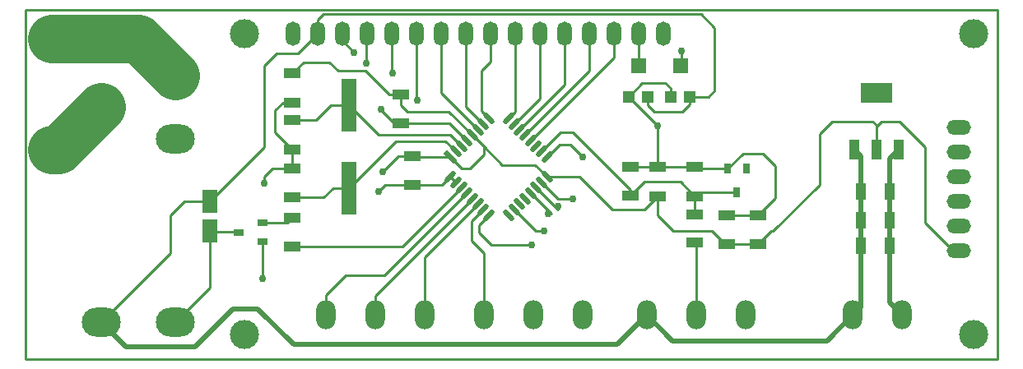
<source format=gbl>
G04 Layer_Physical_Order=2*
G04 Layer_Color=16711680*
%FSLAX43Y43*%
%MOMM*%
G71*
G01*
G75*
%ADD10R,1.800X1.100*%
%ADD11R,1.750X1.050*%
%ADD12C,0.254*%
%ADD13O,2.500X1.500*%
%ADD14O,2.000X3.000*%
%ADD15C,3.000*%
%ADD16O,1.500X2.500*%
%ADD17O,4.000X3.000*%
%ADD18C,4.000*%
%ADD19C,0.750*%
%ADD20R,1.000X0.800*%
%ADD21R,1.500X5.500*%
%ADD22R,1.500X2.400*%
%ADD23R,1.100X1.800*%
%ADD24R,3.250X2.150*%
%ADD25R,1.000X2.150*%
%ADD26R,1.200X1.200*%
%ADD27R,1.600X1.500*%
G04:AMPARAMS|DCode=28|XSize=0.55mm|YSize=1.45mm|CornerRadius=0mm|HoleSize=0mm|Usage=FLASHONLY|Rotation=315.000|XOffset=0mm|YOffset=0mm|HoleType=Round|Shape=Round|*
%AMOVALD28*
21,1,0.900,0.550,0.000,0.000,45.0*
1,1,0.550,-0.318,-0.318*
1,1,0.550,0.318,0.318*
%
%ADD28OVALD28*%

G04:AMPARAMS|DCode=29|XSize=0.55mm|YSize=1.45mm|CornerRadius=0mm|HoleSize=0mm|Usage=FLASHONLY|Rotation=225.000|XOffset=0mm|YOffset=0mm|HoleType=Round|Shape=Round|*
%AMOVALD29*
21,1,0.900,0.550,0.000,0.000,315.0*
1,1,0.550,-0.318,0.318*
1,1,0.550,0.318,-0.318*
%
%ADD29OVALD29*%

G04:AMPARAMS|DCode=30|XSize=0.55mm|YSize=1.45mm|CornerRadius=0mm|HoleSize=0mm|Usage=FLASHONLY|Rotation=225.000|XOffset=0mm|YOffset=0mm|HoleType=Round|Shape=Rectangle|*
%AMROTATEDRECTD30*
4,1,4,-0.318,0.707,0.707,-0.318,0.318,-0.707,-0.707,0.318,-0.318,0.707,0.0*
%
%ADD30ROTATEDRECTD30*%

%ADD31R,0.800X1.000*%
%ADD32C,0.508*%
%ADD33C,5.000*%
D10*
X113157Y75208D02*
D03*
Y78208D02*
D03*
X71755Y75081D02*
D03*
Y78081D02*
D03*
X116459Y70255D02*
D03*
Y73255D02*
D03*
X119634Y70255D02*
D03*
Y73255D02*
D03*
X71755Y80034D02*
D03*
Y83034D02*
D03*
Y84860D02*
D03*
Y87860D02*
D03*
X109347Y78208D02*
D03*
Y75208D02*
D03*
X84074Y76351D02*
D03*
Y79351D02*
D03*
D11*
X106502Y75258D02*
D03*
Y78208D02*
D03*
X71755Y70026D02*
D03*
Y72976D02*
D03*
X82931Y85676D02*
D03*
Y82726D02*
D03*
X113157Y70407D02*
D03*
Y73357D02*
D03*
D12*
X106502Y78208D02*
X106503Y78208D01*
X109347D01*
X107975Y76683D02*
X111682D01*
X106451Y75159D02*
X107975Y76683D01*
X106451Y75133D02*
Y75159D01*
X105689Y76683D02*
X106502Y75870D01*
Y75258D02*
Y75870D01*
X111682Y76683D02*
X113157Y75208D01*
X100584Y81788D02*
X105689Y76683D01*
X107977Y73838D02*
X109347Y75208D01*
X104623Y73838D02*
X107977D01*
X101236Y77224D02*
X104623Y73838D01*
X113157Y75635D02*
X117475D01*
X113157Y75208D02*
Y75635D01*
X110947Y71628D02*
X114859D01*
X109347Y73228D02*
X110947Y71628D01*
X109347Y73228D02*
Y75208D01*
X121007Y71628D02*
X121183D01*
X119634Y70255D02*
X121007Y71628D01*
X116459Y70255D02*
X119634D01*
X116232D02*
X116459D01*
X114859Y71628D02*
X116232Y70255D01*
X134239Y82906D02*
X136855Y80289D01*
X132309Y82906D02*
X134239D01*
X131826Y82423D02*
X132309Y82906D01*
X136855Y72441D02*
Y80289D01*
X131826Y80006D02*
Y82525D01*
X139700Y69596D02*
X140335D01*
X136855Y72441D02*
X139700Y69596D01*
X131445Y82906D02*
X131826Y82525D01*
X127279Y82906D02*
X131445D01*
X125959Y81585D02*
X127279Y82906D01*
X125959Y76403D02*
Y81585D01*
X121183Y71628D02*
X125959Y76403D01*
X97931Y77224D02*
X101236D01*
X91440Y80322D02*
X93326Y78435D01*
X96721D01*
X97931Y77224D01*
X90259Y81502D02*
X91440Y80322D01*
X119634Y73255D02*
X121412Y75033D01*
Y78359D01*
X120142Y79629D02*
X121412Y78359D01*
X118119Y79629D02*
X120142D01*
X116525Y78035D02*
X118119Y79629D01*
X109347Y78208D02*
X113157D01*
X74930Y93980D02*
X113792D01*
X74332Y93382D02*
X74930Y93980D01*
X74332Y91941D02*
Y93382D01*
X113792Y93980D02*
X115189Y92583D01*
Y86106D02*
Y92583D01*
X114554Y85471D02*
X115189Y86106D01*
X112649Y85471D02*
X114554D01*
X106331D02*
X109347Y82455D01*
Y78208D02*
Y82455D01*
X97366Y79805D02*
X99348Y81788D01*
X100584D01*
X116459Y73255D02*
X119634D01*
X81710Y85676D02*
X82931D01*
X79248Y88138D02*
X81710Y85676D01*
X76454Y88138D02*
X79248D01*
X75565Y89027D02*
X76454Y88138D01*
X72922Y89027D02*
X75565D01*
X71755Y87860D02*
X72922Y89027D01*
X68834Y76581D02*
Y77216D01*
X69699Y78081D01*
X71755D01*
X69977Y84074D02*
X70763Y84860D01*
X69977Y81812D02*
Y84074D01*
Y81812D02*
X71755Y80034D01*
X70763Y84860D02*
X71755D01*
X68637Y66745D02*
Y70551D01*
X71755Y78081D02*
Y80034D01*
X72308Y89916D02*
X74332Y91941D01*
X70104Y89916D02*
X72308D01*
X68834Y88646D02*
X70104Y89916D01*
X68834Y80290D02*
Y88646D01*
X63246Y74702D02*
X68834Y80290D01*
X63246Y71527D02*
X66211D01*
X63246D02*
Y71602D01*
Y65786D02*
Y71527D01*
X59690Y62230D02*
X63246Y65786D01*
X52070Y62230D02*
X59182Y69342D01*
Y73279D01*
X60605Y74702D01*
X63246D01*
X100330Y80518D02*
X101600Y79248D01*
X99210Y80518D02*
X100330D01*
X97931Y79240D02*
X99210Y80518D01*
X80645Y75692D02*
X81304Y76351D01*
X84074D01*
X81026Y77724D02*
X82653Y79351D01*
X84074D01*
X87997Y77224D02*
X88562Y76659D01*
X87123Y76351D02*
X87997Y77224D01*
X84074Y76351D02*
X87123D01*
X84074Y79351D02*
X84185Y79240D01*
X87997D01*
X80772Y84201D02*
X82247Y82726D01*
X82931D01*
X96740Y71628D02*
X97663D01*
X94537Y73830D02*
X96740Y71628D01*
X92202Y70231D02*
X96393D01*
X90932Y71501D02*
X92202Y70231D01*
X90932Y71501D02*
Y72240D01*
X91956Y73265D01*
X129413Y62992D02*
X130199Y63778D01*
X76872Y91276D02*
Y91941D01*
Y91276D02*
X78105Y90043D01*
X113157Y78208D02*
X113330Y78035D01*
X116525D01*
X113157Y73357D02*
Y75208D01*
Y70407D02*
X113284Y70280D01*
Y62992D02*
Y70280D01*
X111760Y89322D02*
Y90170D01*
X111379Y88941D02*
X111760Y89322D01*
X111379Y88941D02*
X111649Y88671D01*
X79375Y88900D02*
Y91903D01*
X79412Y91941D01*
X112649Y84709D02*
Y85471D01*
X111887Y83947D02*
X112649Y84709D01*
X108966Y83947D02*
X111887D01*
X108331Y84582D02*
X108966Y83947D01*
X108331Y84582D02*
Y85471D01*
X106331D02*
X107728Y86868D01*
X110109D01*
X110649Y86328D01*
Y85471D02*
Y86328D01*
X107331Y91919D02*
X107352Y91941D01*
X107331Y88671D02*
Y91919D01*
X90170Y70612D02*
X91440Y69342D01*
X90170Y70612D02*
Y72610D01*
X91391Y73830D01*
X91440Y62992D02*
Y69342D01*
X77216Y67056D02*
X81222D01*
X75184Y65024D02*
X77216Y67056D01*
X75184Y62992D02*
Y65024D01*
X85344Y68915D02*
X90825Y74396D01*
X85344Y62992D02*
Y68915D01*
X80264Y64966D02*
X90259Y74962D01*
X80264Y62992D02*
Y64966D01*
X81222Y67056D02*
X89694Y75527D01*
X87469Y80899D02*
X88562Y79805D01*
X82423Y80899D02*
X87469D01*
X77597Y76073D02*
X82423Y80899D01*
X77597Y84573D02*
X80636Y81534D01*
X87965D01*
X89128Y80371D01*
X87815Y83947D02*
X90259Y81502D01*
X83566Y83947D02*
X87815D01*
X82931Y84582D02*
X83566Y83947D01*
X82931Y84582D02*
Y85676D01*
X87904Y82726D02*
X89694Y80937D01*
X82931Y82726D02*
X87904D01*
X75683Y84573D02*
X77597D01*
X74144Y83034D02*
X75683Y84573D01*
X71755Y83034D02*
X74144D01*
X75946Y76073D02*
X77597D01*
X74954Y75081D02*
X75946Y76073D01*
X71755Y75081D02*
X74954D01*
X83061Y70026D02*
X89128Y76093D01*
X71755Y70026D02*
X83061D01*
X71230Y72451D02*
X71755Y72976D01*
X68637Y72451D02*
X71230D01*
X66211Y71527D02*
X66237Y71501D01*
X93972Y83199D02*
X94652Y83880D01*
Y91941D01*
X91186Y83970D02*
X91956Y83199D01*
X91186Y83970D02*
Y88138D01*
X92112Y89064D01*
Y91941D01*
X89572Y84452D02*
Y91941D01*
Y84452D02*
X91391Y82634D01*
X87032Y85861D02*
X90825Y82068D01*
X87032Y85861D02*
Y91941D01*
X94537Y82634D02*
X97192Y85289D01*
Y91941D01*
X99732Y86697D02*
Y91941D01*
X95103Y82068D02*
X99732Y86697D01*
X95669Y81502D02*
X102272Y88106D01*
Y91941D01*
X104812Y89515D02*
Y91941D01*
X96234Y80937D02*
X104812Y89515D01*
X84492Y85180D02*
Y91941D01*
X81952Y87974D02*
Y91941D01*
Y87974D02*
X82042Y87884D01*
X84492Y85180D02*
X84582Y85090D01*
X98044Y73406D02*
X98356D01*
X96234Y75527D02*
X98356Y73406D01*
X97366Y76659D02*
X99094Y74930D01*
X100584D01*
X99060Y73833D02*
Y74168D01*
X96800Y76093D02*
X99060Y73833D01*
X91440Y79502D02*
Y80322D01*
X87997Y79240D02*
X89131Y78105D01*
X90043D01*
X91440Y79502D01*
X144292Y58441D02*
Y94441D01*
X44292Y58441D02*
X144292D01*
X44292D02*
Y94441D01*
X144292D01*
D13*
X140335Y74676D02*
D03*
Y77216D02*
D03*
Y79756D02*
D03*
Y82296D02*
D03*
Y69596D02*
D03*
Y72136D02*
D03*
D14*
X101600Y62992D02*
D03*
X91440D02*
D03*
X96520D02*
D03*
X85344D02*
D03*
X75184D02*
D03*
X80264D02*
D03*
X118364D02*
D03*
X108204D02*
D03*
X113284D02*
D03*
X129413D02*
D03*
X134493D02*
D03*
D15*
X141792Y91941D02*
D03*
Y60941D02*
D03*
X66792D02*
D03*
Y91941D02*
D03*
D16*
X76872D02*
D03*
X79412D02*
D03*
X81952D02*
D03*
X84492D02*
D03*
X87032D02*
D03*
X89572D02*
D03*
X92112D02*
D03*
X94652D02*
D03*
X97192D02*
D03*
X99732D02*
D03*
X102272D02*
D03*
X104812D02*
D03*
X107352D02*
D03*
X109892D02*
D03*
X71792D02*
D03*
X74332D02*
D03*
D17*
X52070Y62230D02*
D03*
X59690D02*
D03*
Y81153D02*
D03*
X52070Y84430D02*
D03*
X59690Y87630D02*
D03*
D18*
X46990Y80010D02*
D03*
Y91440D02*
D03*
D19*
X109347Y82455D02*
D03*
X68834Y76581D02*
D03*
X68637Y66745D02*
D03*
X101600Y79248D02*
D03*
X80645Y75692D02*
D03*
X81026Y77724D02*
D03*
X80899Y84201D02*
D03*
X97663Y71628D02*
D03*
X96393Y70231D02*
D03*
X78105Y90043D02*
D03*
X111760Y90170D02*
D03*
X79375Y88900D02*
D03*
X84582Y85090D02*
D03*
X82042Y87884D02*
D03*
X98044Y73406D02*
D03*
X100584Y74930D02*
D03*
X99060Y74168D02*
D03*
D20*
X68637Y70551D02*
D03*
Y72451D02*
D03*
X66237Y71501D02*
D03*
D21*
X77597Y76073D02*
D03*
Y84573D02*
D03*
D22*
X63246Y74702D02*
D03*
Y71602D02*
D03*
D23*
X130199Y70104D02*
D03*
X133199D02*
D03*
X130199Y75692D02*
D03*
X133199D02*
D03*
X130199Y72771D02*
D03*
X133199D02*
D03*
D24*
X131826Y85856D02*
D03*
D25*
X129526Y80006D02*
D03*
X131826D02*
D03*
X134126D02*
D03*
D26*
X112649Y85471D02*
D03*
X110649D02*
D03*
X108331D02*
D03*
X106331D02*
D03*
D27*
X111649Y88671D02*
D03*
X107331D02*
D03*
D28*
X87997Y77224D02*
D03*
X88562Y76659D02*
D03*
X89128Y76093D02*
D03*
X89694Y75527D02*
D03*
X90259Y74962D02*
D03*
X90825Y74396D02*
D03*
X91391Y73830D02*
D03*
X91956Y73265D02*
D03*
X97931Y79240D02*
D03*
X97366Y79805D02*
D03*
X96800Y80371D02*
D03*
X96234Y80937D02*
D03*
X95669Y81502D02*
D03*
X95103Y82068D02*
D03*
X94537Y82634D02*
D03*
X93972Y83199D02*
D03*
D29*
Y73265D02*
D03*
X94537Y73830D02*
D03*
X95103Y74396D02*
D03*
X95669Y74962D02*
D03*
X96234Y75527D02*
D03*
X96800Y76093D02*
D03*
X97366Y76659D02*
D03*
X97931Y77224D02*
D03*
X91956Y83199D02*
D03*
X91391Y82634D02*
D03*
X90825Y82068D02*
D03*
X90259Y81502D02*
D03*
X89694Y80937D02*
D03*
X89128Y80371D02*
D03*
X88562Y79805D02*
D03*
D30*
X87997Y79240D02*
D03*
D31*
X116525Y78035D02*
D03*
X118425D02*
D03*
X117475Y75635D02*
D03*
D32*
X52070Y62230D02*
X54610Y59690D01*
X61722D01*
X65659Y63627D01*
X68199D01*
X71882Y59944D01*
X105156D01*
X108204Y62992D01*
X110871Y60325D02*
X126746D01*
X108204Y62992D02*
X110871Y60325D01*
X126746D02*
X129413Y62992D01*
X133199Y72771D02*
Y75692D01*
Y70104D02*
Y72771D01*
Y79079D02*
X134126Y80006D01*
X133199Y75692D02*
Y79079D01*
Y64286D02*
Y70104D01*
Y64286D02*
X134493Y62992D01*
X129526Y80006D02*
X130199Y79333D01*
Y75692D02*
Y79333D01*
Y72771D02*
Y75692D01*
Y70104D02*
Y72771D01*
Y63778D02*
Y70104D01*
D33*
X55880Y91440D02*
X59690Y87630D01*
X46990Y91440D02*
X55880D01*
X46990Y80010D02*
X47650D01*
X52070Y84430D01*
M02*

</source>
